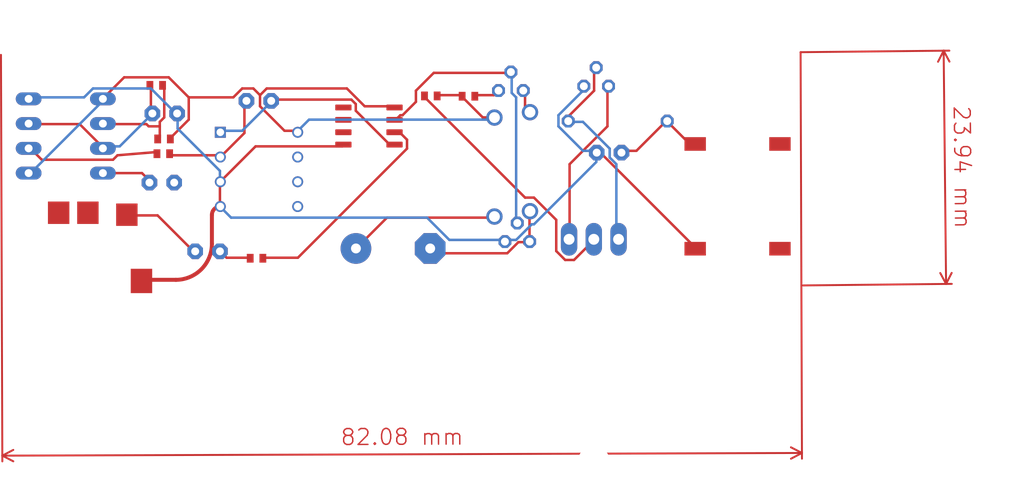
<source format=kicad_pcb>
(kicad_pcb (version 20240108) (generator "pcbnew") (generator_version "8.0")
  (layers (0 "F.Cu" signal) (1 "In1.Cu" signal) (2 "In2.Cu" signal) (3 "In3.Cu" signal) (4 "In4.Cu" signal) (5 "In5.Cu" signal) (6 "In6.Cu" signal) (7 "In7.Cu" signal) (8 "In8.Cu" signal) (9 "In9.Cu" signal) (10 "In10.Cu" signal) (11 "In11.Cu" signal) (12 "In12.Cu" signal) (13 "In13.Cu" signal) (14 "In14.Cu" signal) (31 "B.Cu" signal) (34 "B.Paste" user) (35 "F.Paste" user) (36 "B.SilkS" user "B.Silkscreen") (37 "F.SilkS" user "F.Silkscreen") (38 "B.Mask" user) (39 "F.Mask" user) (44 "Edge.Cuts" user))
  (net 0 "")
  (net 1 "N$8")
  (net 2 "N$15")
  (net 3 "N$6")
  (net 4 "N$1")
  (net 5 "N$3")
  (net 6 "N$4")
  (net 7 "N$7")
  (net 8 "N$2")
  (net 9 "N$9")
  (net 10 "N$10")
  (net 11 "VCC")
  (net 12 "N$11")
  (net 13 "N$16")
  (net 14 "N$17")
  (net 15 "N$19")
  (net 16 "GND")
  (net 17 "N$18")
  (net 18 "N$20")
  (net 19 "N$21")
  (net 20 "N$22")
  (net 21 "N$23")
  (footprint "SAMESKY_SJ2-3574A-SMT-TR" (layer "F.Cu") (at 156.1211 101.1936 -90)
    (property "Reference" "J1")
    (property "Value" "SJ2-3574A-SMT-TR")
    (pad "" np_thru_hole circle (at 0 -3.5 270) (size 0.9 0.9) (drill 0.9) (layers "*.Cu" "*.Mask"))
    (pad "" np_thru_hole circle (at 0 3.5 270) (size 0.9 0.9) (drill 0.9) (layers "*.Cu" "*.Mask"))
    (pad "1" smd rect (at 3.45 -6.5 270) (size 2.5 2.2) (layers "F.Cu" "F.Paste" "F.Mask") (net 16 "GND"))
    (pad "2" smd rect (at -3.35 -5 270) (size 2.3 2.2) (layers "F.Cu" "F.Paste" "F.Mask") (net 19 "N$21"))
    (pad "3" smd rect (at -3.55 -1 270) (size 2.3 2.2) (layers "F.Cu" "F.Paste" "F.Mask"))
    (pad "4" smd rect (at -3.55 2 270) (size 2.3 2.2) (layers "F.Cu" "F.Paste" "F.Mask"))
  )
  (footprint "C2.5-3" (layer "F.Cu") (at 210.6211 91.4736 180)
    (property "Reference" "C1")
    (property "Value" "")
    (pad "1" thru_hole roundrect (at -1.27 0 180) (size 1.6002 1.6002) (drill 0.8128) (layers "*.Cu" "*.Mask") (chamfer_ratio 0.2928932188) (chamfer top_left top_right bottom_left bottom_right) (net 10 "N$10"))
    (pad "2" thru_hole roundrect (at 1.27 0 180) (size 1.6002 1.6002) (drill 0.8128) (layers "*.Cu" "*.Mask") (chamfer_ratio 0.2928932188) (chamfer top_left top_right bottom_left bottom_right) (net 16 "GND"))
  )
  (footprint "C2.5-3" (layer "F.Cu") (at 174.6661 86.1586)
    (property "Reference" "C5")
    (property "Value" "")
    (pad "1" thru_hole roundrect (at -1.27 0) (size 1.6002 1.6002) (drill 0.8128) (layers "*.Cu" "*.Mask") (chamfer_ratio 0.2928932188) (chamfer top_left top_right bottom_left bottom_right) (net 18 "N$20"))
    (pad "2" thru_hole roundrect (at 1.27 0) (size 1.6002 1.6002) (drill 0.8128) (layers "*.Cu" "*.Mask") (chamfer_ratio 0.2928932188) (chamfer top_left top_right bottom_left bottom_right) (net 3 "N$6"))
  )
  (footprint "C2.5-3" (layer "F.Cu") (at 164.7111 94.5486)
    (property "Reference" "C3")
    (property "Value" "")
    (pad "1" thru_hole roundrect (at -1.27 0) (size 1.6002 1.6002) (drill 0.8128) (layers "*.Cu" "*.Mask") (chamfer_ratio 0.2928932188) (chamfer top_left top_right bottom_left bottom_right) (net 12 "N$11"))
    (pad "2" thru_hole roundrect (at 1.27 0) (size 1.6002 1.6002) (drill 0.8128) (layers "*.Cu" "*.Mask") (chamfer_ratio 0.2928932188) (chamfer top_left top_right bottom_left bottom_right) (net 13 "N$16"))
  )
  (footprint "TO92" (layer "F.Cu") (at 200.5411 85.1036)
    (property "Reference" "Q1")
    (property "Value" "2N3906")
    (pad "1" thru_hole roundrect (at 1.27 0) (size 1.3208 1.3208) (drill 0.8128) (layers "*.Cu" "*.Mask") (chamfer_ratio 0.2928932188) (chamfer top_left top_right bottom_left bottom_right) (net 5 "N$3"))
    (pad "2" thru_hole roundrect (at 0 -1.905) (size 1.3208 1.3208) (drill 0.8128) (layers "*.Cu" "*.Mask") (chamfer_ratio 0.2928932188) (chamfer top_left top_right bottom_left bottom_right) (net 1 "N$8"))
    (pad "3" thru_hole roundrect (at -1.27 0) (size 1.3208 1.3208) (drill 0.8128) (layers "*.Cu" "*.Mask") (chamfer_ratio 0.2928932188) (chamfer top_left top_right bottom_left bottom_right) (net 6 "N$4"))
  )
  (footprint "R1005" (layer "F.Cu") (at 174.4311 102.3136)
    (property "Reference" "R10")
    (property "Value" "")
    (pad "1" smd rect (at -0.65 0) (size 0.7 0.9) (layers "F.Cu" "F.Paste" "F.Mask") (net 20 "N$22"))
    (pad "2" smd rect (at 0.65 0) (size 0.7 0.9) (layers "F.Cu" "F.Paste" "F.Mask") (net 21 "N$23"))
  )
  (footprint "0207_10" (layer "F.Cu") (at 211.5061 88.2336)
    (property "Reference" "L1")
    (property "Value" "")
    (pad "1" thru_hole roundrect (at -5.08 0) (size 1.3208 1.3208) (drill 0.8128) (layers "*.Cu" "*.Mask") (chamfer_ratio 0.2928932188) (chamfer top_left top_right bottom_left bottom_right) (net 9 "N$9"))
    (pad "2" thru_hole roundrect (at 5.08 0) (size 1.3208 1.3208) (drill 0.8128) (layers "*.Cu" "*.Mask") (chamfer_ratio 0.2928932188) (chamfer top_left top_right bottom_left bottom_right) (net 10 "N$10"))
  )
  (footprint "SMS-1308MS-2-R" (layer "F.Cu") (at 223.8061 95.9586 -90)
    (property "Reference" "SP1")
    (property "Value" "SMS-1308MS-2-R")
    (pad "+" smd rect (at -5.375 4.35 270) (size 1.4 2.2) (layers "F.Cu" "F.Paste" "F.Mask") (net 10 "N$10"))
    (pad "-" smd rect (at 5.375 4.35 270) (size 1.4 2.2) (layers "F.Cu" "F.Paste" "F.Mask") (net 16 "GND"))
    (pad "M1" smd rect (at -5.375 -4.35 270) (size 1.4 2.2) (layers "F.Cu" "F.Paste" "F.Mask"))
    (pad "M2" smd rect (at 5.375 -4.35 270) (size 1.4 2.2) (layers "F.Cu" "F.Paste" "F.Mask"))
  )
  (footprint "DIP794W45P254L959H508Q8" (layer "F.Cu") (at 174.6861 93.1936)
    (property "Reference" "U1")
    (property "Value" "OPA2134PAG4")
    (pad "1" thru_hole rect (at -3.97 -3.81) (size 1.13 1.13) (drill 0.78) (layers "*.Cu" "*.Mask") (net 3 "N$6"))
    (pad "2" thru_hole circle (at -3.97 -1.27) (size 1.13 1.13) (drill 0.78) (layers "*.Cu" "*.Mask") (net 18 "N$20"))
    (pad "3" thru_hole circle (at -3.97 1.27) (size 1.13 1.13) (drill 0.78) (layers "*.Cu" "*.Mask") (net 16 "GND"))
    (pad "4" thru_hole circle (at -3.97 3.81) (size 1.13 1.13) (drill 0.78) (layers "*.Cu" "*.Mask") (net 16 "GND"))
    (pad "5" thru_hole circle (at 3.97 3.81) (size 1.13 1.13) (drill 0.78) (layers "*.Cu" "*.Mask"))
    (pad "6" thru_hole circle (at 3.97 1.27) (size 1.13 1.13) (drill 0.78) (layers "*.Cu" "*.Mask"))
    (pad "7" thru_hole circle (at 3.97 -1.27) (size 1.13 1.13) (drill 0.78) (layers "*.Cu" "*.Mask"))
    (pad "8" thru_hole circle (at 3.97 -3.81) (size 1.13 1.13) (drill 0.78) (layers "*.Cu" "*.Mask") (net 11 "VCC"))
  )
  (footprint "C2.5-3" (layer "F.Cu") (at 165.0111 87.4536)
    (property "Reference" "C2")
    (property "Value" "")
    (pad "1" thru_hole roundrect (at -1.27 0) (size 1.6002 1.6002) (drill 0.8128) (layers "*.Cu" "*.Mask") (chamfer_ratio 0.2928932188) (chamfer top_left top_right bottom_left bottom_right) (net 15 "N$19"))
    (pad "2" thru_hole roundrect (at 1.27 0) (size 1.6002 1.6002) (drill 0.8128) (layers "*.Cu" "*.Mask") (chamfer_ratio 0.2928932188) (chamfer top_left top_right bottom_left bottom_right) (net 16 "GND"))
  )
  (footprint "R1005" (layer "F.Cu") (at 164.8611 91.5836)
    (property "Reference" "R11")
    (property "Value" "")
    (pad "1" smd rect (at -0.65 0) (size 0.7 0.9) (layers "F.Cu" "F.Paste" "F.Mask") (net 17 "N$18"))
    (pad "2" smd rect (at 0.65 0) (size 0.7 0.9) (layers "F.Cu" "F.Paste" "F.Mask") (net 18 "N$20"))
  )
  (footprint "DO41-10" (layer "F.Cu") (at 198.8511 92.9536 90)
    (property "Reference" "D2")
    (property "Value" "1N4933")
    (pad "A" thru_hole circle (at 5.08 0 90) (size 1.6764 1.6764) (drill 1.1176) (layers "*.Cu" "*.Mask") (net 11 "VCC"))
    (pad "C" thru_hole circle (at -5.08 0 90) (size 1.6764 1.6764) (drill 1.1176) (layers "*.Cu" "*.Mask") (net 7 "N$7"))
  )
  (footprint "TO202" (layer "F.Cu") (at 209.0511 105.4486 180)
    (property "Reference" "Q2")
    (property "Value" "BSS97")
    (pad "" np_thru_hole circle (at 0 -17.78 180) (size 3.302 3.302) (drill 3.302) (layers "*.Cu" "*.Mask"))
    (pad "1" thru_hole oval (at -2.54 5.08 270) (size 3.3528 1.6764) (drill 1.1176) (layers "*.Cu" "*.Mask") (net 9 "N$9"))
    (pad "2" thru_hole oval (at 0 5.08 270) (size 3.3528 1.6764) (drill 1.1176) (layers "*.Cu" "*.Mask") (net 2 "N$15"))
    (pad "3" thru_hole oval (at 2.54 5.08 270) (size 3.3528 1.6764) (drill 1.1176) (layers "*.Cu" "*.Mask") (net 4 "N$1"))
  )
  (footprint "R1005" (layer "F.Cu") (at 196.1861 85.6836 180)
    (property "Reference" "R2")
    (property "Value" "")
    (pad "1" smd rect (at -0.65 0 180) (size 0.7 0.9) (layers "F.Cu" "F.Paste" "F.Mask") (net 6 "N$4"))
    (pad "2" smd rect (at 0.65 0 180) (size 0.7 0.9) (layers "F.Cu" "F.Paste" "F.Mask") (net 11 "VCC"))
  )
  (footprint "DIL-08" (layer "F.Cu") (at 154.8511 89.7636 -90)
    (property "Reference" "IC1")
    (property "Value" "NE555")
    (pad "1" thru_hole oval (at -3.81 3.81) (size 2.6416 1.3208) (drill 0.8128) (layers "*.Cu" "*.Mask") (net 16 "GND"))
    (pad "2" thru_hole oval (at -1.27 3.81) (size 2.6416 1.3208) (drill 0.8128) (layers "*.Cu" "*.Mask") (net 15 "N$19"))
    (pad "3" thru_hole oval (at 1.27 3.81) (size 2.6416 1.3208) (drill 0.8128) (layers "*.Cu" "*.Mask") (net 17 "N$18"))
    (pad "4" thru_hole oval (at 3.81 3.81) (size 2.6416 1.3208) (drill 0.8128) (layers "*.Cu" "*.Mask") (net 11 "VCC"))
    (pad "5" thru_hole oval (at 3.81 -3.81) (size 2.6416 1.3208) (drill 0.8128) (layers "*.Cu" "*.Mask") (net 12 "N$11"))
    (pad "6" thru_hole oval (at 1.27 -3.81) (size 2.6416 1.3208) (drill 0.8128) (layers "*.Cu" "*.Mask") (net 15 "N$19"))
    (pad "7" thru_hole oval (at -1.27 -3.81) (size 2.6416 1.3208) (drill 0.8128) (layers "*.Cu" "*.Mask") (net 14 "N$17"))
    (pad "8" thru_hole oval (at -3.81 -3.81) (size 2.6416 1.3208) (drill 0.8128) (layers "*.Cu" "*.Mask") (net 11 "VCC"))
  )
  (footprint "TO92" (layer "F.Cu") (at 209.2961 84.6536)
    (property "Reference" "Q3")
    (property "Value" "BSS92")
    (pad "1" thru_hole roundrect (at 1.27 0) (size 1.3208 1.3208) (drill 0.8128) (layers "*.Cu" "*.Mask") (chamfer_ratio 0.2928932188) (chamfer top_left top_right bottom_left bottom_right) (net 4 "N$1"))
    (pad "2" thru_hole roundrect (at 0 -1.905) (size 1.3208 1.3208) (drill 0.8128) (layers "*.Cu" "*.Mask") (chamfer_ratio 0.2928932188) (chamfer top_left top_right bottom_left bottom_right) (net 9 "N$9"))
    (pad "3" thru_hole roundrect (at -1.27 0) (size 1.3208 1.3208) (drill 0.8128) (layers "*.Cu" "*.Mask") (chamfer_ratio 0.2928932188) (chamfer top_left top_right bottom_left bottom_right) (net 16 "GND"))
  )
  (footprint "TO92" (layer "F.Cu") (at 201.1961 100.6036)
    (property "Reference" "T1")
    (property "Value" "2N3904")
    (pad "1" thru_hole roundrect (at 1.27 0) (size 1.3208 1.3208) (drill 0.8128) (layers "*.Cu" "*.Mask") (chamfer_ratio 0.2928932188) (chamfer top_left top_right bottom_left bottom_right) (net 8 "N$2"))
    (pad "2" thru_hole roundrect (at 0 -1.905) (size 1.3208 1.3208) (drill 0.8128) (layers "*.Cu" "*.Mask") (chamfer_ratio 0.2928932188) (chamfer top_left top_right bottom_left bottom_right) (net 1 "N$8"))
    (pad "3" thru_hole roundrect (at -1.27 0) (size 1.3208 1.3208) (drill 0.8128) (layers "*.Cu" "*.Mask") (chamfer_ratio 0.2928932188) (chamfer top_left top_right bottom_left bottom_right) (net 16 "GND"))
  )
  (footprint "SOIC127P600X175-8N" (layer "F.Cu") (at 185.9711 88.7436)
    (property "Reference" "U2")
    (property "Value" "LM393D")
    (pad "1" smd roundrect (at -2.625 -1.905) (size 1.67 0.6) (layers "F.Cu" "F.Paste" "F.Mask") (roundrect_rratio 0.125))
    (pad "2" smd roundrect (at -2.625 -0.635) (size 1.67 0.6) (layers "F.Cu" "F.Paste" "F.Mask") (roundrect_rratio 0.125))
    (pad "3" smd roundrect (at -2.625 0.635) (size 1.67 0.6) (layers "F.Cu" "F.Paste" "F.Mask") (roundrect_rratio 0.125))
    (pad "4" smd roundrect (at -2.625 1.905) (size 1.67 0.6) (layers "F.Cu" "F.Paste" "F.Mask") (roundrect_rratio 0.125) (net 16 "GND"))
    (pad "5" smd roundrect (at 2.625 1.905) (size 1.67 0.6) (layers "F.Cu" "F.Paste" "F.Mask") (roundrect_rratio 0.125) (net 3 "N$6"))
    (pad "6" smd roundrect (at 2.625 0.635) (size 1.67 0.6) (layers "F.Cu" "F.Paste" "F.Mask") (roundrect_rratio 0.125) (net 21 "N$23"))
    (pad "7" smd roundrect (at 2.625 -0.635) (size 1.67 0.6) (layers "F.Cu" "F.Paste" "F.Mask") (roundrect_rratio 0.125) (net 1 "N$8"))
    (pad "8" smd roundrect (at 2.625 -1.905) (size 1.67 0.6) (layers "F.Cu" "F.Paste" "F.Mask") (roundrect_rratio 0.125) (net 11 "VCC"))
  )
  (footprint "E7,5-16" (layer "F.Cu") (at 188.4461 101.3086)
    (property "Reference" "C4")
    (property "Value" "")
    (pad "+" thru_hole circle (at -3.81 0) (size 3.1496 3.1496) (drill 1.016) (layers "*.Cu" "*.Mask") (net 7 "N$7"))
    (pad "-" thru_hole roundrect (at 3.81 0) (size 3.1496 3.1496) (drill 1.016) (layers "*.Cu" "*.Mask") (chamfer_ratio 0.2928932188) (chamfer top_left top_right bottom_left bottom_right) (net 8 "N$2"))
  )
  (footprint "R1005" (layer "F.Cu") (at 164.1361 84.5686)
    (property "Reference" "R9")
    (property "Value" "")
    (pad "1" smd rect (at -0.65 0) (size 0.7 0.9) (layers "F.Cu" "F.Paste" "F.Mask") (net 15 "N$19"))
    (pad "2" smd rect (at 0.65 0) (size 0.7 0.9) (layers "F.Cu" "F.Paste" "F.Mask") (net 14 "N$17"))
  )
  (footprint "R1005" (layer "F.Cu") (at 164.9361 90.0686)
    (property "Reference" "R3")
    (property "Value" "")
    (pad "1" smd rect (at -0.65 0) (size 0.7 0.9) (layers "F.Cu" "F.Paste" "F.Mask") (net 14 "N$17"))
    (pad "2" smd rect (at 0.65 0) (size 0.7 0.9) (layers "F.Cu" "F.Paste" "F.Mask") (net 11 "VCC"))
  )
  (footprint "DO41-10" (layer "F.Cu") (at 202.5011 92.4036 90)
    (property "Reference" "D1")
    (property "Value" "1N4933")
    (pad "A" thru_hole circle (at 5.08 0 90) (size 1.6764 1.6764) (drill 1.1176) (layers "*.Cu" "*.Mask") (net 5 "N$3"))
    (pad "C" thru_hole circle (at -5.08 0 90) (size 1.6764 1.6764) (drill 1.1176) (layers "*.Cu" "*.Mask") (net 8 "N$2"))
  )
  (footprint "C2.5-3" (layer "F.Cu") (at 169.4061 101.6036)
    (property "Reference" "C6")
    (property "Value" "")
    (pad "1" thru_hole roundrect (at -1.27 0) (size 1.6002 1.6002) (drill 0.8128) (layers "*.Cu" "*.Mask") (chamfer_ratio 0.2928932188) (chamfer top_left top_right bottom_left bottom_right) (net 19 "N$21"))
    (pad "2" thru_hole roundrect (at 1.27 0) (size 1.6002 1.6002) (drill 0.8128) (layers "*.Cu" "*.Mask") (chamfer_ratio 0.2928932188) (chamfer top_left top_right bottom_left bottom_right) (net 20 "N$22"))
  )
  (footprint "R1005" (layer "F.Cu") (at 192.3211 85.6536)
    (property "Reference" "R1")
    (property "Value" "")
    (pad "1" smd rect (at -0.65 0) (size 0.7 0.9) (layers "F.Cu" "F.Paste" "F.Mask") (net 2 "N$15"))
    (pad "2" smd rect (at 0.65 0) (size 0.7 0.9) (layers "F.Cu" "F.Paste" "F.Mask") (net 11 "VCC"))
  )
  (dimension (type aligned) (layer "F.Cu") (pts (xy 230.2761 81.1636) (xy 230.5261 105.1036)) (height -14.6832) (gr_text "23.94 mm" (at 246.861402 92.961709 270.5983051) (layer "F.Cu") (effects (font (size 1.63576 1.63576) (thickness 0.14224)))) (format (prefix "") (suffix "") (units 2) (units_format 1) (precision 2)) (style (thickness 0.2) (arrow_length 1.27) (text_position_mode 0) (extension_height 0.58642) (extension_offset 0) keep_text_aligned))
  (dimension (type aligned) (layer "F.Cu") (pts (xy 148.2011 81.4386) (xy 230.2761 81.1636)) (height 41.137056) (gr_text "82.08 mm" (at 189.370476 120.659935 0.1919741749) (layer "F.Cu") (effects (font (size 1.63576 1.63576) (thickness 0.14224)))) (format (prefix "") (suffix "") (units 2) (units_format 1) (precision 2)) (style (thickness 0.2) (arrow_length 1.27) (text_position_mode 0) (extension_height 0.58642) (extension_offset 0) keep_text_aligned))
  (segment (start 192.6209 83.2866) (end 190.7921 85.1154) (width 0.254) (layer "F.Cu") (net 1))
  (segment (start 188.7347 88.0872) (end 188.5961 88.1086) (width 0.254) (layer "F.Cu") (net 1))
  (segment (start 189.4205 87.63) (end 189.1919 87.63) (width 0.254) (layer "F.Cu") (net 1))
  (segment (start 200.3933 83.2866) (end 192.6209 83.2866) (width 0.254) (layer "F.Cu") (net 1))
  (segment (start 200.3933 83.2866) (end 200.5411 83.1986) (width 0.254) (layer "F.Cu") (net 1))
  (segment (start 190.7921 86.2584) (end 189.4205 87.63) (width 0.254) (layer "F.Cu") (net 1))
  (segment (start 190.7921 85.1154) (end 190.7921 86.2584) (width 0.254) (layer "F.Cu") (net 1))
  (segment (start 189.1919 87.63) (end 188.7347 88.0872) (width 0.254) (layer "F.Cu") (net 1))
  (segment (start 201.0791 98.6028) (end 201.1961 98.6986) (width 0.254) (layer "B.Cu") (net 1))
  (segment (start 200.6219 83.2866) (end 200.5411 83.1986) (width 0.254) (layer "B.Cu") (net 1))
  (segment (start 201.0791 85.8012) (end 201.0791 98.6028) (width 0.254) (layer "B.Cu") (net 1))
  (segment (start 200.6219 83.2866) (end 200.6219 85.344) (width 0.254) (layer "B.Cu") (net 1))
  (segment (start 200.6219 85.344) (end 201.0791 85.8012) (width 0.254) (layer "B.Cu") (net 1))
  (segment (start 201.9935 96.0882) (end 191.7065 85.8012) (width 0.254) (layer "F.Cu") (net 2))
  (segment (start 202.9079 96.0882) (end 201.9935 96.0882) (width 0.254) (layer "F.Cu") (net 2))
  (segment (start 205.1939 98.3742) (end 202.9079 96.0882) (width 0.254) (layer "F.Cu") (net 2))
  (segment (start 191.7065 85.8012) (end 191.6711 85.6536) (width 0.254) (layer "F.Cu") (net 2))
  (segment (start 209.0801 100.4316) (end 209.0511 100.3686) (width 0.254) (layer "F.Cu") (net 2))
  (segment (start 207.0227 102.489) (end 206.1083 102.489) (width 0.254) (layer "F.Cu") (net 2))
  (segment (start 209.0801 100.4316) (end 207.0227 102.489) (width 0.254) (layer "F.Cu") (net 2))
  (segment (start 205.1939 101.5746) (end 205.1939 98.3742) (width 0.254) (layer "F.Cu") (net 2))
  (segment (start 206.1083 102.489) (end 205.1939 101.5746) (width 0.254) (layer "F.Cu") (net 2))
  (segment (start 184.6199 87.1728) (end 188.0489 90.6018) (width 0.254) (layer "F.Cu") (net 3))
  (segment (start 184.1627 86.0298) (end 184.6199 86.487) (width 0.254) (layer "F.Cu") (net 3))
  (segment (start 176.1617 86.0298) (end 175.9361 86.1586) (width 0.254) (layer "F.Cu") (net 3))
  (segment (start 184.6199 86.487) (end 184.6199 87.1728) (width 0.254) (layer "F.Cu") (net 3))
  (segment (start 188.0489 90.6018) (end 188.5061 90.6018) (width 0.254) (layer "F.Cu") (net 3))
  (segment (start 188.5061 90.6018) (end 188.5961 90.6486) (width 0.254) (layer "F.Cu") (net 3))
  (segment (start 176.1617 86.0298) (end 184.1627 86.0298) (width 0.254) (layer "F.Cu") (net 3))
  (segment (start 170.9039 89.2302) (end 170.7161 89.3836) (width 0.254) (layer "B.Cu") (net 3))
  (segment (start 175.9331 86.2584) (end 172.9613 89.2302) (width 0.254) (layer "B.Cu") (net 3))
  (segment (start 172.9613 89.2302) (end 170.9039 89.2302) (width 0.254) (layer "B.Cu") (net 3))
  (segment (start 175.9331 86.2584) (end 175.9361 86.1586) (width 0.254) (layer "B.Cu") (net 3))
  (segment (start 206.5655 92.6592) (end 210.4517 88.773) (width 0.254) (layer "F.Cu") (net 4))
  (segment (start 206.5655 100.203) (end 206.5655 92.6592) (width 0.254) (layer "F.Cu") (net 4))
  (segment (start 206.5655 100.203) (end 206.5111 100.3686) (width 0.254) (layer "F.Cu") (net 4))
  (segment (start 210.4517 88.773) (end 210.4517 84.6582) (width 0.254) (layer "F.Cu") (net 4))
  (segment (start 210.4517 84.6582) (end 210.5661 84.6536) (width 0.254) (layer "F.Cu") (net 4))
  (segment (start 201.9935 85.1154) (end 201.8111 85.1036) (width 0.254) (layer "F.Cu") (net 5))
  (segment (start 202.4507 87.1728) (end 201.9935 86.7156) (width 0.254) (layer "F.Cu") (net 5))
  (segment (start 201.9935 86.7156) (end 201.9935 85.1154) (width 0.254) (layer "F.Cu") (net 5))
  (segment (start 202.4507 87.1728) (end 202.5011 87.3236) (width 0.254) (layer "F.Cu") (net 5))
  (segment (start 199.2503 85.1154) (end 198.7931 85.5726) (width 0.254) (layer "F.Cu") (net 6))
  (segment (start 196.9643 85.5726) (end 196.8361 85.6836) (width 0.254) (layer "F.Cu") (net 6))
  (segment (start 199.2503 85.1154) (end 199.2711 85.1036) (width 0.254) (layer "F.Cu") (net 6))
  (segment (start 198.7931 85.5726) (end 196.9643 85.5726) (width 0.254) (layer "F.Cu") (net 6))
  (segment (start 198.7931 98.1456) (end 198.8511 98.0336) (width 0.254) (layer "F.Cu") (net 7))
  (segment (start 187.8203 98.1456) (end 198.7931 98.1456) (width 0.254) (layer "F.Cu") (net 7))
  (segment (start 184.8485 101.1174) (end 187.8203 98.1456) (width 0.254) (layer "F.Cu") (net 7))
  (segment (start 184.8485 101.1174) (end 184.6361 101.3086) (width 0.254) (layer "F.Cu") (net 7))
  (segment (start 202.4507 97.6884) (end 202.4507 100.4316) (width 0.254) (layer "F.Cu") (net 8))
  (segment (start 192.3923 101.346) (end 192.2561 101.3086) (width 0.254) (layer "F.Cu") (net 8))
  (segment (start 202.4507 100.4316) (end 202.4661 100.6036) (width 0.254) (layer "F.Cu") (net 8))
  (segment (start 192.3923 101.346) (end 192.8495 101.8032) (width 0.254) (layer "F.Cu") (net 8))
  (segment (start 192.8495 101.8032) (end 200.1647 101.8032) (width 0.254) (layer "F.Cu") (net 8))
  (segment (start 202.4507 100.6602) (end 202.4661 100.6036) (width 0.254) (layer "F.Cu") (net 8))
  (segment (start 200.1647 101.8032) (end 201.3077 100.6602) (width 0.254) (layer "F.Cu") (net 8))
  (segment (start 201.3077 100.6602) (end 202.4507 100.6602) (width 0.254) (layer "F.Cu") (net 8))
  (segment (start 202.4507 97.6884) (end 202.5011 97.4836) (width 0.254) (layer "F.Cu") (net 8))
  (segment (start 209.0801 82.8294) (end 209.2961 82.7486) (width 0.254) (layer "F.Cu") (net 9))
  (segment (start 206.5655 87.63) (end 206.5655 88.0872) (width 0.254) (layer "F.Cu") (net 9))
  (segment (start 209.0801 85.1154) (end 206.5655 87.63) (width 0.254) (layer "F.Cu") (net 9))
  (segment (start 209.0801 82.8294) (end 209.0801 85.1154) (width 0.254) (layer "F.Cu") (net 9))
  (segment (start 206.5655 88.0872) (end 206.4261 88.2336) (width 0.254) (layer "F.Cu") (net 9))
  (segment (start 206.5655 88.3158) (end 206.4261 88.2336) (width 0.254) (layer "B.Cu") (net 9))
  (segment (start 206.5655 88.3158) (end 207.9371 88.3158) (width 0.254) (layer "B.Cu") (net 9))
  (segment (start 210.6803 91.059) (end 210.6803 91.9734) (width 0.254) (layer "B.Cu") (net 9))
  (segment (start 211.3661 100.203) (end 211.5911 100.3686) (width 0.254) (layer "B.Cu") (net 9))
  (segment (start 210.6803 91.9734) (end 211.3661 92.6592) (width 0.254) (layer "B.Cu") (net 9))
  (segment (start 211.3661 92.6592) (end 211.3661 100.203) (width 0.254) (layer "B.Cu") (net 9))
  (segment (start 207.9371 88.3158) (end 210.6803 91.059) (width 0.254) (layer "B.Cu") (net 9))
  (segment (start 216.3953 88.3158) (end 213.4235 91.2876) (width 0.254) (layer "F.Cu") (net 10))
  (segment (start 212.0519 91.2876) (end 211.8911 91.4736) (width 0.254) (layer "F.Cu") (net 10))
  (segment (start 216.3953 88.3158) (end 216.5861 88.2336) (width 0.254) (layer "F.Cu") (net 10))
  (segment (start 213.4235 91.2876) (end 212.0519 91.2876) (width 0.254) (layer "F.Cu") (net 10))
  (segment (start 216.6239 88.3158) (end 218.6813 90.3732) (width 0.254) (layer "F.Cu") (net 10))
  (segment (start 218.6813 90.3732) (end 219.3671 90.3732) (width 0.254) (layer "F.Cu") (net 10))
  (segment (start 216.6239 88.3158) (end 216.5861 88.2336) (width 0.254) (layer "F.Cu") (net 10))
  (segment (start 219.3671 90.3732) (end 219.4561 90.5836) (width 0.254) (layer "F.Cu") (net 10))
  (segment (start 193.0781 85.5726) (end 195.3641 85.5726) (width 0.254) (layer "F.Cu") (net 11))
  (segment (start 178.4477 89.2302) (end 177.3047 89.2302) (width 0.254) (layer "F.Cu") (net 11))
  (segment (start 193.0781 85.5726) (end 192.9711 85.6536) (width 0.254) (layer "F.Cu") (net 11))
  (segment (start 195.3641 85.5726) (end 195.5361 85.6836) (width 0.254) (layer "F.Cu") (net 11))
  (segment (start 172.9613 84.8868) (end 172.0469 85.8012) (width 0.254) (layer "F.Cu") (net 11))
  (segment (start 158.7881 85.8012) (end 158.6611 85.9536) (width 0.254) (layer "F.Cu") (net 11))
  (segment (start 188.5061 86.7156) (end 188.5961 86.8386) (width 0.254) (layer "F.Cu") (net 11))
  (segment (start 158.7881 85.8012) (end 160.8455 83.7438) (width 0.254) (layer "F.Cu") (net 11))
  (segment (start 160.8455 83.7438) (end 165.4175 83.7438) (width 0.254) (layer "F.Cu") (net 11))
  (segment (start 177.3047 89.2302) (end 174.7901 86.7156) (width 0.254) (layer "F.Cu") (net 11))
  (segment (start 172.0469 85.8012) (end 167.4749 85.8012) (width 0.254) (layer "F.Cu") (net 11))
  (segment (start 174.1043 84.8868) (end 172.9613 84.8868) (width 0.254) (layer "F.Cu") (net 11))
  (segment (start 167.4749 85.8012) (end 167.4749 88.0872) (width 0.254) (layer "F.Cu") (net 11))
  (segment (start 185.5343 86.7156) (end 188.5061 86.7156) (width 0.254) (layer "F.Cu") (net 11))
  (segment (start 195.5927 85.8012) (end 195.5361 85.6836) (width 0.254) (layer "F.Cu") (net 11))
  (segment (start 167.4749 88.0872) (end 165.6461 89.916) (width 0.254) (layer "F.Cu") (net 11))
  (segment (start 197.6501 87.8586) (end 195.5927 85.8012) (width 0.254) (layer "F.Cu") (net 11))
  (segment (start 183.7055 84.8868) (end 185.5343 86.7156) (width 0.254) (layer "F.Cu") (net 11))
  (segment (start 198.7931 87.8586) (end 198.8511 87.8736) (width 0.254) (layer "F.Cu") (net 11))
  (segment (start 174.7901 85.5726) (end 175.4759 84.8868) (width 0.254) (layer "F.Cu") (net 11))
  (segment (start 165.6461 89.916) (end 165.5861 90.0686) (width 0.254) (layer "F.Cu") (net 11))
  (segment (start 198.7931 87.8586) (end 197.6501 87.8586) (width 0.254) (layer "F.Cu") (net 11))
  (segment (start 178.4477 89.2302) (end 178.6561 89.3836) (width 0.254) (layer "F.Cu") (net 11))
  (segment (start 175.4759 84.8868) (end 183.7055 84.8868) (width 0.254) (layer "F.Cu") (net 11))
  (segment (start 174.7901 86.7156) (end 174.7901 85.5726) (width 0.254) (layer "F.Cu") (net 11))
  (segment (start 174.7901 85.5726) (end 174.1043 84.8868) (width 0.254) (layer "F.Cu") (net 11))
  (segment (start 165.4175 83.7438) (end 167.4749 85.8012) (width 0.254) (layer "F.Cu") (net 11))
  (segment (start 179.8193 88.0872) (end 198.7931 88.0872) (width 0.254) (layer "B.Cu") (net 11))
  (segment (start 158.7881 86.0298) (end 151.2443 93.5736) (width 0.254) (layer "B.Cu") (net 11))
  (segment (start 198.7931 88.0872) (end 198.8511 87.8736) (width 0.254) (layer "B.Cu") (net 11))
  (segment (start 178.6763 89.2302) (end 178.6561 89.3836) (width 0.254) (layer "B.Cu") (net 11))
  (segment (start 178.6763 89.2302) (end 179.8193 88.0872) (width 0.254) (layer "B.Cu") (net 11))
  (segment (start 158.7881 86.0298) (end 158.6611 85.9536) (width 0.254) (layer "B.Cu") (net 11))
  (segment (start 151.2443 93.5736) (end 151.0411 93.5736) (width 0.254) (layer "B.Cu") (net 11))
  (segment (start 162.6743 93.5736) (end 158.6611 93.5736) (width 0.254) (layer "F.Cu") (net 12))
  (segment (start 163.3601 94.2594) (end 162.6743 93.5736) (width 0.254) (layer "F.Cu") (net 12))
  (segment (start 163.3601 94.2594) (end 163.4411 94.5486) (width 0.254) (layer "F.Cu") (net 12))
  (segment (start 164.9603 84.6582) (end 164.7861 84.5686) (width 0.254) (layer "F.Cu") (net 14))
  (segment (start 164.5031 89.916) (end 164.2861 90.0686) (width 0.254) (layer "F.Cu") (net 14))
  (segment (start 163.1315 88.5444) (end 158.7881 88.5444) (width 0.254) (layer "F.Cu") (net 14))
  (segment (start 164.5031 88.773) (end 164.5031 89.916) (width 0.254) (layer "F.Cu") (net 14))
  (segment (start 164.9603 87.8586) (end 164.5031 88.3158) (width 0.254) (layer "F.Cu") (net 14))
  (segment (start 163.3601 88.773) (end 163.1315 88.5444) (width 0.254) (layer "F.Cu") (net 14))
  (segment (start 164.5031 88.773) (end 163.3601 88.773) (width 0.254) (layer "F.Cu") (net 14))
  (segment (start 164.9603 84.6582) (end 164.9603 87.8586) (width 0.254) (layer "F.Cu") (net 14))
  (segment (start 164.5031 88.3158) (end 164.5031 88.773) (width 0.254) (layer "F.Cu") (net 14))
  (segment (start 158.7881 88.5444) (end 158.6611 88.4936) (width 0.254) (layer "F.Cu") (net 14))
  (segment (start 163.5887 87.4014) (end 163.5887 84.6582) (width 0.254) (layer "F.Cu") (net 15))
  (segment (start 158.5595 90.8304) (end 156.2735 88.5444) (width 0.254) (layer "F.Cu") (net 15))
  (segment (start 151.2443 88.5444) (end 151.0411 88.4936) (width 0.254) (layer "F.Cu") (net 15))
  (segment (start 156.2735 88.5444) (end 151.2443 88.5444) (width 0.254) (layer "F.Cu") (net 15))
  (segment (start 163.5887 87.4014) (end 163.7411 87.4536) (width 0.254) (layer "F.Cu") (net 15))
  (segment (start 158.5595 90.8304) (end 158.6611 91.0336) (width 0.254) (layer "F.Cu") (net 15))
  (segment (start 163.5887 84.6582) (end 163.4861 84.5686) (width 0.254) (layer "F.Cu") (net 15))
  (segment (start 158.7881 90.8304) (end 158.6611 91.0336) (width 0.254) (layer "B.Cu") (net 15))
  (segment (start 160.3883 90.8304) (end 158.7881 90.8304) (width 0.254) (layer "B.Cu") (net 15))
  (segment (start 163.5887 87.63) (end 163.7411 87.4536) (width 0.254) (layer "B.Cu") (net 15))
  (segment (start 163.5887 87.63) (end 160.3883 90.8304) (width 0.254) (layer "B.Cu") (net 15))
  (segment (start 170.9039 94.2594) (end 174.3329 90.8304) (width 0.254) (layer "F.Cu") (net 16))
  (segment (start 209.5373 91.2876) (end 209.3511 91.4736) (width 0.254) (layer "F.Cu") (net 16))
  (segment (start 162.6511 104.6436) (end 162.6511 104.5286) (width 0.4064) (layer "F.Cu") (net 16))
  (segment (start 170.6753 97.0026) (end 170.7161 97.0036) (width 0.254) (layer "F.Cu") (net 16))
  (segment (start 183.2483 90.8304) (end 183.3461 90.6486) (width 0.254) (layer "F.Cu") (net 16))
  (segment (start 174.3329 90.8304) (end 183.2483 90.8304) (width 0.254) (layer "F.Cu") (net 16))
  (segment (start 169.8511 100.8286) (end 169.8511 97.8686) (width 0.4064) (layer "F.Cu") (net 16))
  (segment (start 219.3671 101.1174) (end 219.4561 101.3336) (width 0.254) (layer "F.Cu") (net 16))
  (segment (start 170.6753 94.488) (end 170.6753 97.0026) (width 0.254) (layer "F.Cu") (net 16))
  (segment (start 162.6511 104.5286) (end 166.1511 104.5286) (width 0.4064) (layer "F.Cu") (net 16))
  (segment (start 162.6211 104.6436) (end 162.6511 104.6436) (width 0.4064) (layer "F.Cu") (net 16))
  (segment (start 209.5373 91.2876) (end 219.3671 101.1174) (width 0.254) (layer "F.Cu") (net 16))
  (segment (start 170.6753 94.488) (end 170.7161 94.4636) (width 0.254) (layer "F.Cu") (net 16))
  (segment (start 170.9039 94.2594) (end 170.7161 94.4636) (width 0.254) (layer "F.Cu") (net 16))
  (arc (start 166.1511 104.5286) (mid 168.767395 103.444895) (end 169.8511 100.8286) (width 0.4064) (layer "F.Cu") (net 16))
  (arc (start 169.8511 97.8686) (mid 170.104453 97.256953) (end 170.7161 97.0036) (width 0.4064) (layer "F.Cu") (net 16))
  (segment (start 170.6753 94.2594) (end 170.7161 94.4636) (width 0.254) (layer "B.Cu") (net 16))
  (segment (start 170.9039 97.2312) (end 171.8183 98.1456) (width 0.254) (layer "B.Cu") (net 16))
  (segment (start 191.9351 98.1456) (end 194.2211 100.4316) (width 0.254) (layer "B.Cu") (net 16))
  (segment (start 151.2443 85.8012) (end 151.0411 85.9536) (width 0.254) (layer "B.Cu") (net 16))
  (segment (start 156.7307 85.8012) (end 151.2443 85.8012) (width 0.254) (layer "B.Cu") (net 16))
  (segment (start 166.3319 87.63) (end 166.2811 87.4536) (width 0.254) (layer "B.Cu") (net 16))
  (segment (start 202.9079 98.8314) (end 202.6793 98.8314) (width 0.254) (layer "B.Cu") (net 16))
  (segment (start 166.3319 87.63) (end 166.3319 89.0016) (width 0.254) (layer "B.Cu") (net 16))
  (segment (start 207.9371 84.6582) (end 208.0261 84.6536) (width 0.254) (layer "B.Cu") (net 16))
  (segment (start 170.6753 93.345) (end 170.6753 94.2594) (width 0.254) (layer "B.Cu") (net 16))
  (segment (start 194.2211 100.4316) (end 199.7075 100.4316) (width 0.254) (layer "B.Cu") (net 16))
  (segment (start 207.9371 91.2876) (end 205.4225 88.773) (width 0.254) (layer "B.Cu") (net 16))
  (segment (start 199.9361 100.4316) (end 199.9261 100.6036) (width 0.254) (layer "B.Cu") (net 16))
  (segment (start 163.5887 84.8868) (end 157.6451 84.8868) (width 0.254) (layer "B.Cu") (net 16))
  (segment (start 209.3087 91.5162) (end 209.3087 92.4306) (width 0.254) (layer "B.Cu") (net 16))
  (segment (start 209.3087 91.5162) (end 209.3511 91.4736) (width 0.254) (layer "B.Cu") (net 16))
  (segment (start 166.3319 89.0016) (end 170.6753 93.345) (width 0.254) (layer "B.Cu") (net 16))
  (segment (start 209.3087 92.4306) (end 202.9079 98.8314) (width 0.254) (layer "B.Cu") (net 16))
  (segment (start 207.9371 85.1154) (end 207.9371 84.6582) (width 0.254) (layer "B.Cu") (net 16))
  (segment (start 171.8183 98.1456) (end 191.9351 98.1456) (width 0.254) (layer "B.Cu") (net 16))
  (segment (start 199.7075 100.4316) (end 199.9261 100.6036) (width 0.254) (layer "B.Cu") (net 16))
  (segment (start 166.1033 87.4014) (end 163.5887 84.8868) (width 0.254) (layer "B.Cu") (net 16))
  (segment (start 209.3087 91.2876) (end 209.3511 91.4736) (width 0.254) (layer "B.Cu") (net 16))
  (segment (start 201.0791 100.4316) (end 199.9361 100.4316) (width 0.254) (layer "B.Cu") (net 16))
  (segment (start 209.3087 91.2876) (end 207.9371 91.2876) (width 0.254) (layer "B.Cu") (net 16))
  (segment (start 205.4225 88.773) (end 205.4225 87.63) (width 0.254) (layer "B.Cu") (net 16))
  (segment (start 202.6793 98.8314) (end 201.0791 100.4316) (width 0.254) (layer "B.Cu") (net 16))
  (segment (start 157.6451 84.8868) (end 156.7307 85.8012) (width 0.254) (layer "B.Cu") (net 16))
  (segment (start 170.9039 97.2312) (end 170.7161 97.0036) (width 0.254) (layer "B.Cu") (net 16))
  (segment (start 205.4225 87.63) (end 207.9371 85.1154) (width 0.254) (layer "B.Cu") (net 16))
  (segment (start 166.1033 87.4014) (end 166.2811 87.4536) (width 0.254) (layer "B.Cu") (net 16))
  (segment (start 160.1597 91.7448) (end 164.0709 91.4198) (width 0.254) (layer "F.Cu") (net 17))
  (segment (start 159.7025 92.202) (end 160.1597 91.7448) (width 0.254) (layer "F.Cu") (net 17))
  (segment (start 151.2443 91.059) (end 151.0411 91.0336) (width 0.254) (layer "F.Cu") (net 17))
  (segment (start 164.0709 91.4198) (end 164.2111 91.5836) (width 0.254) (layer "F.Cu") (net 17))
  (segment (start 151.2443 91.059) (end 152.3873 92.202) (width 0.254) (layer "F.Cu") (net 17))
  (segment (start 152.3873 92.202) (end 159.7025 92.202) (width 0.254) (layer "F.Cu") (net 17))
  (segment (start 170.9039 91.7448) (end 173.1899 89.4588) (width 0.254) (layer "F.Cu") (net 18))
  (segment (start 173.1899 86.2584) (end 173.3961 86.1586) (width 0.254) (layer "F.Cu") (net 18))
  (segment (start 170.9039 91.7448) (end 170.7161 91.9236) (width 0.254) (layer "F.Cu") (net 18))
  (segment (start 173.1899 89.4588) (end 173.1899 86.2584) (width 0.254) (layer "F.Cu") (net 18))
  (segment (start 170.6753 91.7448) (end 170.7161 91.9236) (width 0.254) (layer "F.Cu") (net 18))
  (segment (start 170.6753 91.7448) (end 165.6461 91.7448) (width 0.254) (layer "F.Cu") (net 18))
  (segment (start 165.6461 91.7448) (end 165.5111 91.5836) (width 0.254) (layer "F.Cu") (net 18))
  (segment (start 164.2745 97.917) (end 161.3027 97.917) (width 0.254) (layer "F.Cu") (net 19))
  (segment (start 167.9321 101.5746) (end 164.2745 97.917) (width 0.254) (layer "F.Cu") (net 19))
  (segment (start 167.9321 101.5746) (end 168.1361 101.6036) (width 0.254) (layer "F.Cu") (net 19))
  (segment (start 161.3027 97.917) (end 161.1211 97.8436) (width 0.254) (layer "F.Cu") (net 19))
  (segment (start 171.3611 102.2604) (end 173.6471 102.2604) (width 0.254) (layer "F.Cu") (net 20))
  (segment (start 170.9039 101.8032) (end 170.6761 101.6036) (width 0.254) (layer "F.Cu") (net 20))
  (segment (start 170.9039 101.8032) (end 171.3611 102.2604) (width 0.254) (layer "F.Cu") (net 20))
  (segment (start 173.6471 102.2604) (end 173.7811 102.3136) (width 0.254) (layer "F.Cu") (net 20))
  (segment (start 175.2473 102.2604) (end 175.0811 102.3136) (width 0.254) (layer "F.Cu") (net 21))
  (segment (start 188.7347 89.4588) (end 189.1919 89.4588) (width 0.254) (layer "F.Cu") (net 21))
  (segment (start 189.1919 89.4588) (end 189.8777 90.1446) (width 0.254) (layer "F.Cu") (net 21))
  (segment (start 189.8777 90.1446) (end 189.8777 91.059) (width 0.254) (layer "F.Cu") (net 21))
  (segment (start 189.8777 91.059) (end 178.6763 102.2604) (width 0.254) (layer "F.Cu") (net 21))
  (segment (start 188.7347 89.4588) (end 188.5961 89.3786) (width 0.254) (layer "F.Cu") (net 21))
  (segment (start 178.6763 102.2604) (end 175.2473 102.2604) (width 0.254) (layer "F.Cu") (net 21))
)
</source>
